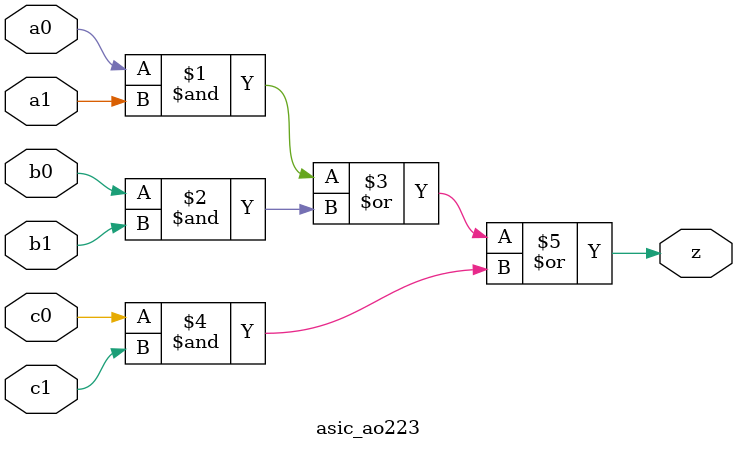
<source format=v>

module asic_ao223 #(parameter PROP = "DEFAULT")  (
   input  a0,
   input  a1,
   input  b0,
   input  b1,
   input  c0,
   input  c1,
   output z
   );

   assign z = (a0 & a1) | (b0 & b1) | (c0 & c1);

endmodule

</source>
